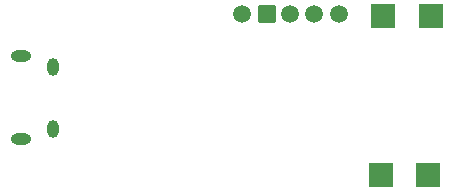
<source format=gbr>
%TF.GenerationSoftware,KiCad,Pcbnew,8.0.1*%
%TF.CreationDate,2024-04-19T14:44:52+05:30*%
%TF.ProjectId,Li-po_charger_with_BOOST,4c692d70-6f5f-4636-9861-726765725f77,rev?*%
%TF.SameCoordinates,Original*%
%TF.FileFunction,Soldermask,Bot*%
%TF.FilePolarity,Negative*%
%FSLAX46Y46*%
G04 Gerber Fmt 4.6, Leading zero omitted, Abs format (unit mm)*
G04 Created by KiCad (PCBNEW 8.0.1) date 2024-04-19 14:44:52*
%MOMM*%
%LPD*%
G01*
G04 APERTURE LIST*
G04 Aperture macros list*
%AMRoundRect*
0 Rectangle with rounded corners*
0 $1 Rounding radius*
0 $2 $3 $4 $5 $6 $7 $8 $9 X,Y pos of 4 corners*
0 Add a 4 corners polygon primitive as box body*
4,1,4,$2,$3,$4,$5,$6,$7,$8,$9,$2,$3,0*
0 Add four circle primitives for the rounded corners*
1,1,$1+$1,$2,$3*
1,1,$1+$1,$4,$5*
1,1,$1+$1,$6,$7*
1,1,$1+$1,$8,$9*
0 Add four rect primitives between the rounded corners*
20,1,$1+$1,$2,$3,$4,$5,0*
20,1,$1+$1,$4,$5,$6,$7,0*
20,1,$1+$1,$6,$7,$8,$9,0*
20,1,$1+$1,$8,$9,$2,$3,0*%
G04 Aperture macros list end*
%ADD10O,1.004000X1.504000*%
%ADD11O,1.704000X0.954000*%
%ADD12C,1.500000*%
%ADD13RoundRect,0.102000X-0.654000X-0.654000X0.654000X-0.654000X0.654000X0.654000X-0.654000X0.654000X0*%
%ADD14C,1.512000*%
%ADD15R,2.000000X2.000000*%
G04 APERTURE END LIST*
D10*
%TO.C,J2*%
X60800000Y-82650000D03*
X60800000Y-87950000D03*
D11*
X58100000Y-81775000D03*
X58100000Y-88825000D03*
%TD*%
D12*
%TO.C,S1*%
X76800000Y-78200000D03*
X85000000Y-78200000D03*
D13*
X78900000Y-78200000D03*
D14*
X80900000Y-78200000D03*
X82900000Y-78200000D03*
%TD*%
D15*
%TO.C,H5*%
X88600000Y-91800000D03*
%TD*%
%TO.C,H1*%
X92600000Y-91800000D03*
%TD*%
%TO.C,H4*%
X88800000Y-78400000D03*
%TD*%
%TO.C,H2*%
X92800000Y-78400000D03*
%TD*%
M02*

</source>
